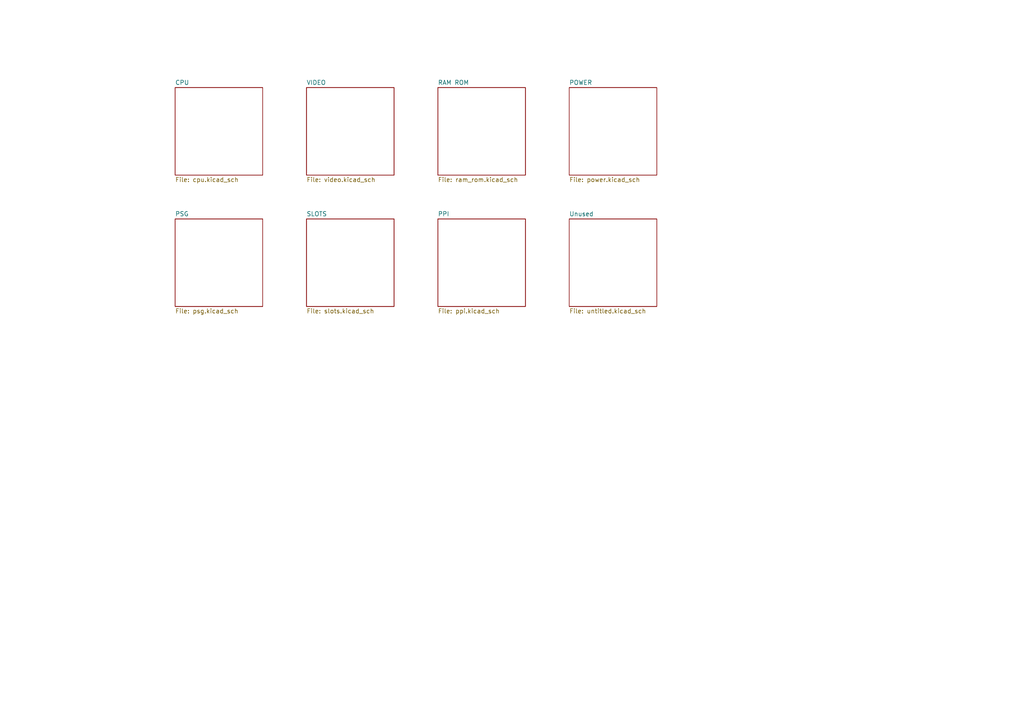
<source format=kicad_sch>
(kicad_sch (version 20211123) (generator eeschema)
  (paper "A4")
  (title_block (title "MSX ONE") (date "2024-12-28") (rev "v1.0") (company "Gabbard") (comment 1 "MSX One"))
  (lib_symbols)
  (sheet (at 50.8 25.4) (size 25.4 25.4)
    (property "Sheet name" "CPU" (at 50.8 24.6884 0) (effects (justify left bottom)))
    (property "Sheet file" "cpu.kicad_sch" (at 50.8 51.3846 0) (effects (justify left top)))
  )
  (sheet (at 88.9 25.4) (size 25.4 25.4)
    (property "Sheet name" "VIDEO" (at 88.9 24.6884 0) (effects (justify left bottom)))
    (property "Sheet file" "video.kicad_sch" (at 88.9 51.3846 0) (effects (justify left top)))
  )
  (sheet (at 50.8 63.5) (size 25.4 25.4) (stroke (width 0.1524))
    (property "Sheet name" "PSG" (at 50.8 62.7884 0) (effects (justify left bottom)))
    (property "Sheet file" "psg.kicad_sch" (at 50.8 89.4846 0) (effects (justify left top)))
  )
  (sheet (at 165.1 25.4) (size 25.4 25.4) (stroke (width 0.1524))
    (property "Sheet name" "POWER" (at 165.1 24.6884 0) (effects (justify left bottom)))
    (property "Sheet file" "power.kicad_sch" (at 165.1 51.3846 0) (effects (justify left top)))
  )
  (sheet (at 88.9 63.5) (size 25.4 25.4) (stroke (width 0.1524))
    (property "Sheet name" "SLOTS" (at 88.9 62.7884 0) (effects (justify left bottom)))
    (property "Sheet file" "slots.kicad_sch" (at 88.9 89.4846 0) (effects (justify left top)))
  )
  (sheet (at 127 25.4) (size 25.4 25.4) (stroke (width 0.1524))
    (property "Sheet name" "RAM ROM" (at 127 24.6884 0) (effects (justify left bottom)))
    (property "Sheet file" "ram_rom.kicad_sch" (at 127 51.3846 0) (effects (justify left top)))
  )
  (sheet (at 165.1 63.5) (size 25.4 25.4) (stroke (width 0.1524))
    (property "Sheet name" "Unused" (at 165.1 62.7884 0) (effects (justify left bottom)))
    (property "Sheet file" "untitled.kicad_sch" (at 165.1 89.4846 0) (effects (justify left top)))
  )
  (sheet (at 127 63.5) (size 25.4 25.4) (stroke (width 0.1524))
    (property "Sheet name" "PPI" (at 127 62.7884 0) (effects (justify left bottom)))
    (property "Sheet file" "ppi.kicad_sch" (at 127 89.4846 0) (effects (justify left top)))
  )
)
</source>
